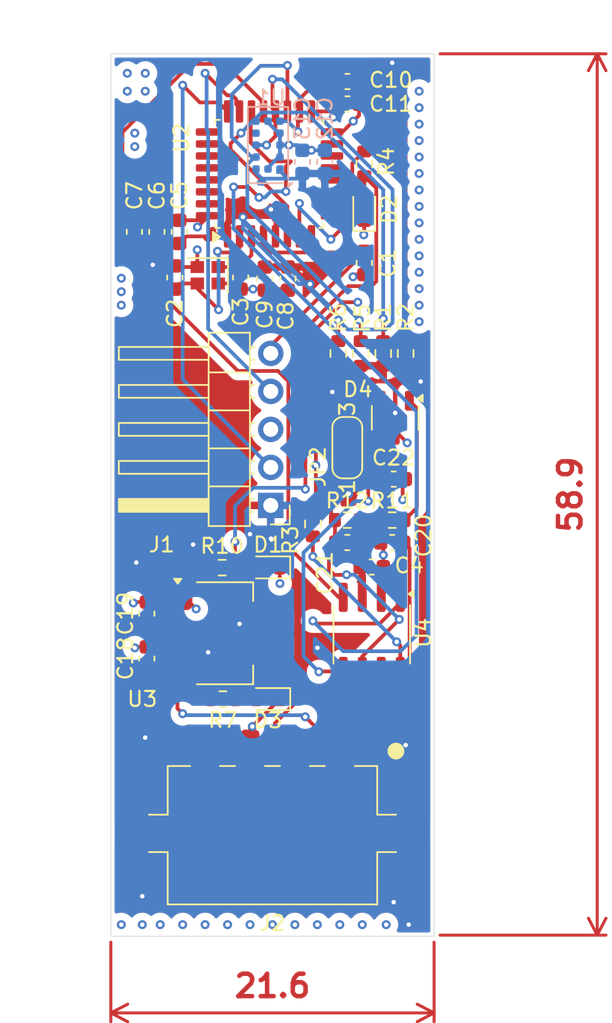
<source format=kicad_pcb>
(kicad_pcb
	(version 20241229)
	(generator "pcbnew")
	(generator_version "9.0")
	(general
		(thickness 1.6)
		(legacy_teardrops no)
	)
	(paper "A4")
	(title_block
		(title "tof Sensor Platine")
		(company "Jonas Urban")
	)
	(layers
		(0 "F.Cu" signal)
		(4 "In1.Cu" signal)
		(6 "In2.Cu" signal)
		(2 "B.Cu" signal)
		(9 "F.Adhes" user "F.Adhesive")
		(11 "B.Adhes" user "B.Adhesive")
		(13 "F.Paste" user)
		(15 "B.Paste" user)
		(5 "F.SilkS" user "F.Silkscreen")
		(7 "B.SilkS" user "B.Silkscreen")
		(1 "F.Mask" user)
		(3 "B.Mask" user)
		(17 "Dwgs.User" user "User.Drawings")
		(19 "Cmts.User" user "User.Comments")
		(21 "Eco1.User" user "User.Eco1")
		(23 "Eco2.User" user "User.Eco2")
		(25 "Edge.Cuts" user)
		(27 "Margin" user)
		(31 "F.CrtYd" user "F.Courtyard")
		(29 "B.CrtYd" user "B.Courtyard")
		(35 "F.Fab" user)
		(33 "B.Fab" user)
		(39 "User.1" user)
		(41 "User.2" user)
		(43 "User.3" user)
		(45 "User.4" user)
	)
	(setup
		(stackup
			(layer "F.SilkS"
				(type "Top Silk Screen")
			)
			(layer "F.Paste"
				(type "Top Solder Paste")
			)
			(layer "F.Mask"
				(type "Top Solder Mask")
				(thickness 0.01)
			)
			(layer "F.Cu"
				(type "copper")
				(thickness 0.035)
			)
			(layer "dielectric 1"
				(type "prepreg")
				(thickness 0.1)
				(material "FR4")
				(epsilon_r 4.5)
				(loss_tangent 0.02)
			)
			(layer "In1.Cu"
				(type "copper")
				(thickness 0.035)
			)
			(layer "dielectric 2"
				(type "core")
				(thickness 1.24)
				(material "FR4")
				(epsilon_r 4.5)
				(loss_tangent 0.02)
			)
			(layer "In2.Cu"
				(type "copper")
				(thickness 0.035)
			)
			(layer "dielectric 3"
				(type "prepreg")
				(thickness 0.1)
				(material "FR4")
				(epsilon_r 4.5)
				(loss_tangent 0.02)
			)
			(layer "B.Cu"
				(type "copper")
				(thickness 0.035)
			)
			(layer "B.Mask"
				(type "Bottom Solder Mask")
				(thickness 0.01)
			)
			(layer "B.Paste"
				(type "Bottom Solder Paste")
			)
			(layer "B.SilkS"
				(type "Bottom Silk Screen")
			)
			(copper_finish "None")
			(dielectric_constraints no)
		)
		(pad_to_mask_clearance 0)
		(allow_soldermask_bridges_in_footprints no)
		(tenting front back)
		(pcbplotparams
			(layerselection 0x00000000_00000000_55555555_5755f5ff)
			(plot_on_all_layers_selection 0x00000000_00000000_00000000_00000000)
			(disableapertmacros no)
			(usegerberextensions no)
			(usegerberattributes yes)
			(usegerberadvancedattributes yes)
			(creategerberjobfile yes)
			(dashed_line_dash_ratio 12.000000)
			(dashed_line_gap_ratio 3.000000)
			(svgprecision 4)
			(plotframeref no)
			(mode 1)
			(useauxorigin no)
			(hpglpennumber 1)
			(hpglpenspeed 20)
			(hpglpendiameter 15.000000)
			(pdf_front_fp_property_popups yes)
			(pdf_back_fp_property_popups yes)
			(pdf_metadata yes)
			(pdf_single_document no)
			(dxfpolygonmode yes)
			(dxfimperialunits yes)
			(dxfusepcbnewfont yes)
			(psnegative no)
			(psa4output no)
			(plot_black_and_white yes)
			(sketchpadsonfab no)
			(plotpadnumbers no)
			(hidednponfab no)
			(sketchdnponfab yes)
			(crossoutdnponfab yes)
			(subtractmaskfromsilk no)
			(outputformat 1)
			(mirror no)
			(drillshape 1)
			(scaleselection 1)
			(outputdirectory "")
		)
	)
	(net 0 "")
	(net 1 "GND")
	(net 2 "/NRST")
	(net 3 "/RCC_OSC_IN")
	(net 4 "/RCC_OSC_OUT")
	(net 5 "+3V3")
	(net 6 "+5V")
	(net 7 "/CarCAN_HIGH")
	(net 8 "/CarCAN_LOW")
	(net 9 "/V_{ref}")
	(net 10 "Net-(D2-A)")
	(net 11 "/SWCLK")
	(net 12 "/SWDIO")
	(net 13 "Net-(JP2-C)")
	(net 14 "Net-(U1-GPIO1)")
	(net 15 "Net-(U1-XSHUT)")
	(net 16 "Net-(U6-Rs)")
	(net 17 "Net-(U2-PA1)")
	(net 18 "Net-(U1-SCL)")
	(net 19 "Net-(U1-SDA)")
	(net 20 "unconnected-(U1-DNC-Pad8)")
	(net 21 "unconnected-(U2-PA4-Pad10)")
	(net 22 "unconnected-(U2-PA5-Pad11)")
	(net 23 "unconnected-(U2-PB8-Pad31)")
	(net 24 "unconnected-(U2-PB5-Pad28)")
	(net 25 "/CarCAN_TX")
	(net 26 "unconnected-(U2-PA7-Pad13)")
	(net 27 "/CarCAN_RX")
	(net 28 "unconnected-(U2-PA2-Pad8)")
	(net 29 "unconnected-(U2-PB1-Pad15)")
	(net 30 "unconnected-(U2-PB6-Pad29)")
	(net 31 "unconnected-(U2-PA6-Pad12)")
	(net 32 "unconnected-(U2-PB4-Pad27)")
	(net 33 "unconnected-(U2-PA15-Pad25)")
	(net 34 "unconnected-(U2-PB0-Pad14)")
	(net 35 "unconnected-(U2-PB3-Pad26)")
	(net 36 "unconnected-(U2-PB7-Pad30)")
	(net 37 "unconnected-(U2-PA3-Pad9)")
	(net 38 "Net-(D3-A)")
	(footprint "Capacitor_SMD:C_0603_1608Metric" (layer "F.Cu") (at 218.275 77.4 90))
	(footprint "Resistor_SMD:R_0603_1608Metric" (layer "F.Cu") (at 230.635 72.85 -90))
	(footprint "Capacitor_SMD:C_0603_1608Metric" (layer "F.Cu") (at 232.5 98.1625 180))
	(footprint "Resistor_SMD:R_0603_1608Metric" (layer "F.Cu") (at 221.1875 108.625))
	(footprint "LED_SMD:LED_0603_1608Metric" (layer "F.Cu") (at 224.2 108.625 180))
	(footprint "Capacitor_SMD:C_0603_1608Metric" (layer "F.Cu") (at 229.5 98.1625 180))
	(footprint "Connector_PinHeader_2.54mm:PinHeader_1x05_P2.54mm_Horizontal" (layer "F.Cu") (at 224.385 95.68 180))
	(footprint "Capacitor_SMD:C_0603_1608Metric" (layer "F.Cu") (at 229.51 68.85))
	(footprint "FaSTTUBe_connectors:Micro_Mate-N-Lok_4p_horizontal" (layer "F.Cu") (at 224.5 117.6))
	(footprint "Capacitor_SMD:C_0603_1608Metric" (layer "F.Cu") (at 229.51 67.35))
	(footprint "Capacitor_SMD:C_0603_1608Metric" (layer "F.Cu") (at 222.375 80.45 90))
	(footprint "Package_TO_SOT_SMD:SOT-223-3_TabPin2" (layer "F.Cu") (at 221.3 104.225))
	(footprint "Capacitor_SMD:C_0603_1608Metric" (layer "F.Cu") (at 215.275 77.4 90))
	(footprint "Capacitor_SMD:C_0603_1608Metric" (layer "F.Cu") (at 225.535 80.525 -90))
	(footprint "Resistor_SMD:R_0603_1608Metric" (layer "F.Cu") (at 227.2 96.925 90))
	(footprint "Capacitor_SMD:C_0603_1608Metric" (layer "F.Cu") (at 216.1 105.915 90))
	(footprint "Resistor_SMD:R_0603_1608Metric" (layer "F.Cu") (at 232.5 96.6625 180))
	(footprint "Capacitor_SMD:C_0603_1608Metric" (layer "F.Cu") (at 230.635 79.475 90))
	(footprint "Resistor_SMD:R_0603_1608Metric" (layer "F.Cu") (at 229.5 96.6625 180))
	(footprint "Resistor_SMD:R_0603_1608Metric" (layer "F.Cu") (at 231.9 85.525 90))
	(footprint "Capacitor_SMD:C_0603_1608Metric" (layer "F.Cu") (at 217.975 80.45 -90))
	(footprint "Package_SO:SOIC-8_3.9x4.9mm_P1.27mm" (layer "F.Cu") (at 231.135 104.3 -90))
	(footprint "LED_SMD:LED_0603_1608Metric" (layer "F.Cu") (at 224.2 99.825 180))
	(footprint "Jumper:SolderJumper-3_P1.3mm_Open_RoundedPad1.0x1.5mm_NumberLabels" (layer "F.Cu") (at 229.5 91.825 90))
	(footprint "Capacitor_SMD:C_0603_1608Metric" (layer "F.Cu") (at 216.775 77.4 90))
	(footprint "Package_TO_SOT_SMD:SOT-23-3" (layer "F.Cu") (at 232.7 89.825 -90))
	(footprint "Capacitor_SMD:C_0603_1608Metric" (layer "F.Cu") (at 216.1 102.915 90))
	(footprint "LED_SMD:LED_0603_1608Metric" (layer "F.Cu") (at 230.635 75.85 90))
	(footprint "Capacitor_SMD:C_0603_1608Metric" (layer "F.Cu") (at 223.985 80.525 -90))
	(footprint "Resistor_SMD:R_0603_1608Metric" (layer "F.Cu") (at 230.4 85.525 90))
	(footprint "Resistor_SMD:R_0603_1608Metric" (layer "F.Cu") (at 233.4 85.525 90))
	(footprint "Package_QFP:LQFP-32_7x7mm_P0.8mm" (layer "F.Cu") (at 224.3 73.525 90))
	(footprint "Capacitor_SMD:C_0603_1608Metric" (layer "F.Cu") (at 231.135 99.8))
	(footprint "Resistor_SMD:R_0603_1608Metric" (layer "F.Cu") (at 228.9 85.525 90))
	(footprint "FaSTTUBe_Crystals:Crystal_SMD_2016-4Pin_2.0x1.6mm" (layer "F.Cu") (at 220.175 80.3 180))
	(footprint "Resistor_SMD:R_0603_1608Metric" (layer "F.Cu") (at 221.135 99.84))
	(footprint "Capacitor_SMD:C_0603_1608Metric" (layer "F.Cu") (at 232.6 93.925))
	(footprint "Capacitor_SMD:C_0603_1608Metric" (layer "B.Cu") (at 226.5 72.725 90))
	(footprint "Sensor_Distance:ST_VL53L1x"
		(layer "B.Cu")
		(uuid "702a70e2-a849-4c47-81e5-9c651ea44164")
		(at 224.2 71.6 90)
		(descr "VL53L1x distance sensor")
		(tags "VL53L1CXV0FY1 VL53L1x")
		(property "Reference" "U1"
			(at 3.175 0.2 0)
			(layer "B.SilkS")
			(uuid "9de86c8e-880e-4ba9-aa9e-a5461e0096f4")
			(effects
				(font
					(size 1 1)
					(thickness 0.15)
				)
				(justify mirror)
			)
		)
		(property "Value" "VL53L0CXV0DH1"
			(at 0 -2.3 90)
			(layer "B.Fab")
			(uuid "60276126-9b89-42a5-8340-0593e632d824")
			(effects
				(font
					(size 1 1)
					(thickness 0.15)
				)
				(justify mirror)
			)
		)
		(property "Datasheet" "https://www.st.com/resource/en/datasheet/vl53l0x.pdf"
			(at 0 0 270)
			(unlocked yes)
			(layer "B.Fab")
			(hide yes)
			(uuid "eac4d2cc-58c0-4269-a49d-6d428bcb9e74")
			(effects
				(font
					(size 1.27 1.27)
					(thickness 0.15)
				)
				(justify mirror)
			)
		)
		(property "Description" "2m distance ranging ToF sensor, Optical LGA12"
			(at 0 0 270)
			(unlocked yes)
			(layer "B.Fab")
			(hide yes)
			(uuid "ea32342b-9230-4180-9e1e-1ecaf05357c5")
			(effects
				(font
					(size 1.27 1.27)
					(thickness 0.15)
				)
				
... [382259 chars truncated]
</source>
